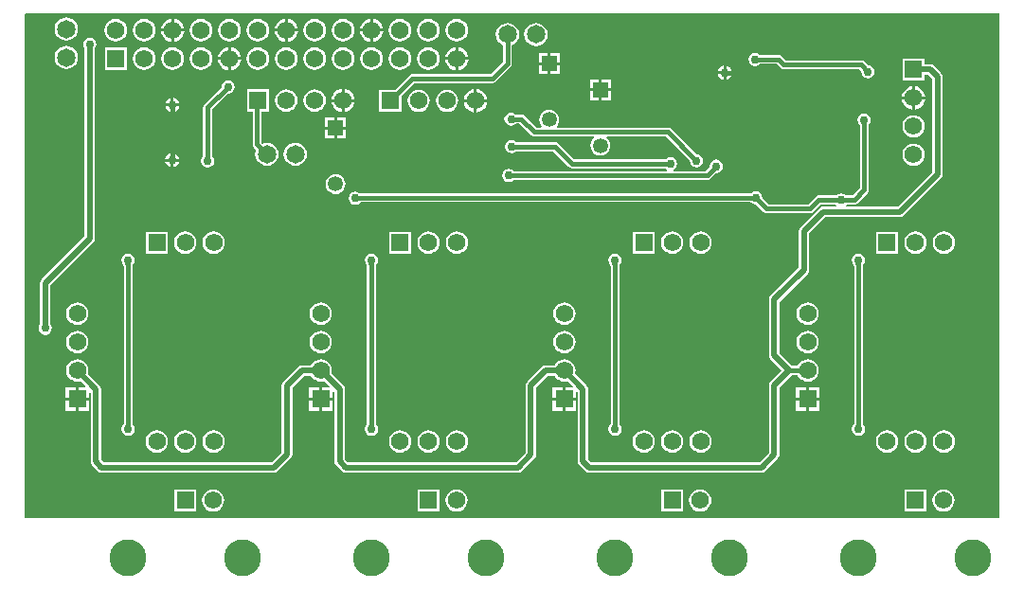
<source format=gbl>
%FSLAX25Y25*%
%MOIN*%
G70*
G01*
G75*
G04 Layer_Physical_Order=2*
G04 Layer_Color=16711680*
%ADD10R,0.04331X0.05512*%
%ADD11R,0.05512X0.04331*%
%ADD12R,0.07900X0.05900*%
%ADD13R,0.07900X0.15000*%
%ADD14R,0.04000X0.05000*%
%ADD15R,0.13780X0.04724*%
%ADD16R,0.05000X0.03600*%
%ADD17R,0.03600X0.03600*%
%ADD18R,0.05000X0.04000*%
%ADD19R,0.02362X0.06102*%
%ADD20O,0.01378X0.08268*%
%ADD21R,0.17716X0.17716*%
%ADD22O,0.00984X0.02953*%
%ADD23O,0.02953X0.00984*%
%ADD24C,0.01000*%
%ADD25C,0.02500*%
%ADD26R,0.06200X0.06200*%
%ADD27C,0.06200*%
%ADD28C,0.05315*%
%ADD29R,0.05315X0.05315*%
%ADD30R,0.06200X0.06200*%
%ADD31C,0.12992*%
%ADD32C,0.06500*%
%ADD33C,0.03000*%
%ADD34C,0.01500*%
%ADD35C,0.02000*%
%ADD36R,0.20965X0.19882*%
G36*
X443209Y319882D02*
X443209Y319882D01*
Y142421D01*
X100558Y142225D01*
X100098Y142725D01*
Y319528D01*
X100452Y319882D01*
X443209D01*
D02*
G37*
%LPC*%
G36*
X338051Y243164D02*
X337033Y243030D01*
X336084Y242637D01*
X335270Y242011D01*
X334645Y241197D01*
X334252Y240248D01*
X334118Y239230D01*
X334252Y238212D01*
X334645Y237263D01*
X335270Y236449D01*
X336084Y235823D01*
X337033Y235430D01*
X338051Y235296D01*
X339069Y235430D01*
X340018Y235823D01*
X340833Y236449D01*
X341458Y237263D01*
X341851Y238212D01*
X341985Y239230D01*
X341851Y240248D01*
X341458Y241197D01*
X340833Y242011D01*
X340018Y242637D01*
X339069Y243030D01*
X338051Y243164D01*
D02*
G37*
G36*
X413681D02*
X412663Y243030D01*
X411714Y242637D01*
X410900Y242011D01*
X410275Y241197D01*
X409882Y240248D01*
X409748Y239230D01*
X409882Y238212D01*
X410275Y237263D01*
X410900Y236449D01*
X411714Y235823D01*
X412663Y235430D01*
X413681Y235296D01*
X414699Y235430D01*
X415648Y235823D01*
X416463Y236449D01*
X417088Y237263D01*
X417481Y238212D01*
X417615Y239230D01*
X417481Y240248D01*
X417088Y241197D01*
X416463Y242011D01*
X415648Y242637D01*
X414699Y243030D01*
X413681Y243164D01*
D02*
G37*
G36*
X252323D02*
X251305Y243030D01*
X250356Y242637D01*
X249541Y242011D01*
X248916Y241197D01*
X248523Y240248D01*
X248389Y239230D01*
X248523Y238212D01*
X248916Y237263D01*
X249541Y236449D01*
X250356Y235823D01*
X251305Y235430D01*
X252323Y235296D01*
X253341Y235430D01*
X254290Y235823D01*
X255104Y236449D01*
X255730Y237263D01*
X256123Y238212D01*
X256257Y239230D01*
X256123Y240248D01*
X255730Y241197D01*
X255104Y242011D01*
X254290Y242637D01*
X253341Y243030D01*
X252323Y243164D01*
D02*
G37*
G36*
X328051D02*
X327033Y243030D01*
X326084Y242637D01*
X325270Y242011D01*
X324645Y241197D01*
X324252Y240248D01*
X324117Y239230D01*
X324252Y238212D01*
X324645Y237263D01*
X325270Y236449D01*
X326084Y235823D01*
X327033Y235430D01*
X328051Y235296D01*
X329069Y235430D01*
X330018Y235823D01*
X330833Y236449D01*
X331458Y237263D01*
X331851Y238212D01*
X331985Y239230D01*
X331851Y240248D01*
X331458Y241197D01*
X330833Y242011D01*
X330018Y242637D01*
X329069Y243030D01*
X328051Y243164D01*
D02*
G37*
G36*
X423681D02*
X422663Y243030D01*
X421714Y242637D01*
X420900Y242011D01*
X420275Y241197D01*
X419882Y240248D01*
X419747Y239230D01*
X419882Y238212D01*
X420275Y237263D01*
X420900Y236449D01*
X421714Y235823D01*
X422663Y235430D01*
X423681Y235296D01*
X424699Y235430D01*
X425648Y235823D01*
X426463Y236449D01*
X427088Y237263D01*
X427481Y238212D01*
X427615Y239230D01*
X427481Y240248D01*
X427088Y241197D01*
X426463Y242011D01*
X425648Y242637D01*
X424699Y243030D01*
X423681Y243164D01*
D02*
G37*
G36*
X321951Y243130D02*
X314151D01*
Y235330D01*
X321951D01*
Y243130D01*
D02*
G37*
G36*
X407581D02*
X399781D01*
Y235330D01*
X407581D01*
Y243130D01*
D02*
G37*
G36*
X150593D02*
X142793D01*
Y235330D01*
X150593D01*
Y243130D01*
D02*
G37*
G36*
X236223D02*
X228423D01*
Y235330D01*
X236223D01*
Y243130D01*
D02*
G37*
G36*
X242323Y243164D02*
X241305Y243030D01*
X240356Y242637D01*
X239542Y242011D01*
X238916Y241197D01*
X238523Y240248D01*
X238389Y239230D01*
X238523Y238212D01*
X238916Y237263D01*
X239542Y236449D01*
X240356Y235823D01*
X241305Y235430D01*
X242323Y235296D01*
X243341Y235430D01*
X244290Y235823D01*
X245105Y236449D01*
X245730Y237263D01*
X246123Y238212D01*
X246257Y239230D01*
X246123Y240248D01*
X245730Y241197D01*
X245105Y242011D01*
X244290Y242637D01*
X243341Y243030D01*
X242323Y243164D01*
D02*
G37*
G36*
X123130Y311400D02*
X122232Y311222D01*
X121472Y310713D01*
X120963Y309952D01*
X120785Y309055D01*
X120963Y308158D01*
X121295Y307662D01*
Y241508D01*
X106183Y226396D01*
X105785Y225801D01*
X105762Y225684D01*
X105645Y225098D01*
Y210547D01*
X105314Y210051D01*
X105135Y209154D01*
X105314Y208256D01*
X105822Y207495D01*
X106583Y206987D01*
X107480Y206808D01*
X108378Y206987D01*
X109139Y207495D01*
X109647Y208256D01*
X109825Y209154D01*
X109647Y210051D01*
X109316Y210547D01*
Y224338D01*
X124428Y239450D01*
X124826Y240046D01*
X124849Y240162D01*
X124965Y240748D01*
Y307662D01*
X125296Y308158D01*
X125475Y309055D01*
X125296Y309952D01*
X124788Y310713D01*
X124027Y311222D01*
X123130Y311400D01*
D02*
G37*
G36*
X118740Y218164D02*
X117722Y218030D01*
X116773Y217637D01*
X115959Y217011D01*
X115334Y216197D01*
X114941Y215248D01*
X114806Y214230D01*
X114941Y213212D01*
X115334Y212263D01*
X115959Y211449D01*
X116773Y210823D01*
X117722Y210430D01*
X118740Y210296D01*
X119758Y210430D01*
X120707Y210823D01*
X121522Y211449D01*
X122147Y212263D01*
X122540Y213212D01*
X122674Y214230D01*
X122540Y215248D01*
X122147Y216197D01*
X121522Y217011D01*
X120707Y217637D01*
X119758Y218030D01*
X118740Y218164D01*
D02*
G37*
G36*
X290098Y208164D02*
X289080Y208030D01*
X288132Y207637D01*
X287317Y207012D01*
X286692Y206197D01*
X286299Y205248D01*
X286165Y204230D01*
X286299Y203212D01*
X286692Y202263D01*
X287317Y201448D01*
X288132Y200823D01*
X289080Y200430D01*
X290098Y200296D01*
X291116Y200430D01*
X292065Y200823D01*
X292880Y201448D01*
X293505Y202263D01*
X293898Y203212D01*
X294032Y204230D01*
X293898Y205248D01*
X293505Y206197D01*
X292880Y207012D01*
X292065Y207637D01*
X291116Y208030D01*
X290098Y208164D01*
D02*
G37*
G36*
X375728D02*
X374710Y208030D01*
X373762Y207637D01*
X372947Y207012D01*
X372322Y206197D01*
X371929Y205248D01*
X371795Y204230D01*
X371929Y203212D01*
X372322Y202263D01*
X372947Y201448D01*
X373762Y200823D01*
X374710Y200430D01*
X375728Y200296D01*
X376747Y200430D01*
X377695Y200823D01*
X378510Y201448D01*
X379135Y202263D01*
X379528Y203212D01*
X379662Y204230D01*
X379528Y205248D01*
X379135Y206197D01*
X378510Y207012D01*
X377695Y207637D01*
X376747Y208030D01*
X375728Y208164D01*
D02*
G37*
G36*
X204370Y218164D02*
X203352Y218030D01*
X202403Y217637D01*
X201589Y217011D01*
X200964Y216197D01*
X200571Y215248D01*
X200437Y214230D01*
X200571Y213212D01*
X200964Y212263D01*
X201589Y211449D01*
X202403Y210823D01*
X203352Y210430D01*
X204370Y210296D01*
X205388Y210430D01*
X206337Y210823D01*
X207152Y211449D01*
X207777Y212263D01*
X208170Y213212D01*
X208304Y214230D01*
X208170Y215248D01*
X207777Y216197D01*
X207152Y217011D01*
X206337Y217637D01*
X205388Y218030D01*
X204370Y218164D01*
D02*
G37*
G36*
X156693Y243164D02*
X155675Y243030D01*
X154726Y242637D01*
X153911Y242011D01*
X153286Y241197D01*
X152893Y240248D01*
X152759Y239230D01*
X152893Y238212D01*
X153286Y237263D01*
X153911Y236449D01*
X154726Y235823D01*
X155675Y235430D01*
X156693Y235296D01*
X157711Y235430D01*
X158660Y235823D01*
X159475Y236449D01*
X160100Y237263D01*
X160493Y238212D01*
X160627Y239230D01*
X160493Y240248D01*
X160100Y241197D01*
X159475Y242011D01*
X158660Y242637D01*
X157711Y243030D01*
X156693Y243164D01*
D02*
G37*
G36*
X166693D02*
X165675Y243030D01*
X164726Y242637D01*
X163911Y242011D01*
X163286Y241197D01*
X162893Y240248D01*
X162759Y239230D01*
X162893Y238212D01*
X163286Y237263D01*
X163911Y236449D01*
X164726Y235823D01*
X165675Y235430D01*
X166693Y235296D01*
X167711Y235430D01*
X168660Y235823D01*
X169474Y236449D01*
X170100Y237263D01*
X170493Y238212D01*
X170627Y239230D01*
X170493Y240248D01*
X170100Y241197D01*
X169474Y242011D01*
X168660Y242637D01*
X167711Y243030D01*
X166693Y243164D01*
D02*
G37*
G36*
X290098Y218164D02*
X289080Y218030D01*
X288132Y217637D01*
X287317Y217011D01*
X286692Y216197D01*
X286299Y215248D01*
X286165Y214230D01*
X286299Y213212D01*
X286692Y212263D01*
X287317Y211449D01*
X288132Y210823D01*
X289080Y210430D01*
X290098Y210296D01*
X291116Y210430D01*
X292065Y210823D01*
X292880Y211449D01*
X293505Y212263D01*
X293898Y213212D01*
X294032Y214230D01*
X293898Y215248D01*
X293505Y216197D01*
X292880Y217011D01*
X292065Y217637D01*
X291116Y218030D01*
X290098Y218164D01*
D02*
G37*
G36*
X375728D02*
X374710Y218030D01*
X373762Y217637D01*
X372947Y217011D01*
X372322Y216197D01*
X371929Y215248D01*
X371795Y214230D01*
X371929Y213212D01*
X372322Y212263D01*
X372947Y211449D01*
X373762Y210823D01*
X374710Y210430D01*
X375728Y210296D01*
X376747Y210430D01*
X377695Y210823D01*
X378510Y211449D01*
X379135Y212263D01*
X379528Y213212D01*
X379662Y214230D01*
X379528Y215248D01*
X379135Y216197D01*
X378510Y217011D01*
X377695Y217637D01*
X376747Y218030D01*
X375728Y218164D01*
D02*
G37*
G36*
X416892Y304097D02*
X409092D01*
Y296297D01*
X416892D01*
Y298362D01*
X418137D01*
X419523Y296976D01*
Y264048D01*
X407409Y251934D01*
X389408D01*
X389179Y252434D01*
X389367Y252652D01*
X392028D01*
X392632Y252772D01*
X393145Y253115D01*
X396787Y256756D01*
X397129Y257269D01*
X397250Y257874D01*
Y280672D01*
X397327Y280724D01*
X397836Y281485D01*
X398014Y282382D01*
X397836Y283279D01*
X397327Y284040D01*
X396567Y284548D01*
X395669Y284727D01*
X394772Y284548D01*
X394011Y284040D01*
X393503Y283279D01*
X393324Y282382D01*
X393503Y281485D01*
X394011Y280724D01*
X394089Y280672D01*
Y258529D01*
X391373Y255813D01*
X389210D01*
X389158Y255890D01*
X388397Y256399D01*
X387500Y256577D01*
X386603Y256399D01*
X385842Y255890D01*
X385790Y255813D01*
X379528D01*
X378923Y255692D01*
X378410Y255350D01*
X375822Y252762D01*
X361974D01*
X359709Y255026D01*
X359727Y255118D01*
X359548Y256015D01*
X359040Y256776D01*
X358279Y257285D01*
X357382Y257463D01*
X356485Y257285D01*
X355724Y256776D01*
X355672Y256698D01*
X217868D01*
X217433Y256989D01*
X216535Y257168D01*
X215638Y256989D01*
X214877Y256481D01*
X214369Y255720D01*
X214190Y254823D01*
X214369Y253925D01*
X214877Y253165D01*
X215638Y252656D01*
X216535Y252478D01*
X217433Y252656D01*
X218194Y253165D01*
X218443Y253538D01*
X355672D01*
X355724Y253460D01*
X356485Y252952D01*
X357382Y252773D01*
X357474Y252791D01*
X360201Y250064D01*
X360714Y249721D01*
X361319Y249601D01*
X376476D01*
X377081Y249721D01*
X377594Y250064D01*
X380182Y252652D01*
X385633D01*
X385821Y252434D01*
X385592Y251934D01*
X381102D01*
X380517Y251817D01*
X380400Y251794D01*
X379805Y251396D01*
X373112Y244703D01*
X372714Y244108D01*
X372691Y243991D01*
X372574Y243406D01*
Y230485D01*
X362580Y220491D01*
X362182Y219895D01*
X362159Y219779D01*
X362043Y219193D01*
Y199582D01*
X362159Y198996D01*
X362182Y198880D01*
X362580Y198284D01*
X366634Y194230D01*
X362679Y190274D01*
X362281Y189679D01*
X362258Y189562D01*
X362141Y188976D01*
Y165426D01*
X358689Y161973D01*
X299481D01*
X298489Y162965D01*
Y187773D01*
X298372Y188359D01*
X298349Y188476D01*
X297951Y189071D01*
X293872Y193150D01*
X293898Y193212D01*
X294032Y194230D01*
X293898Y195248D01*
X293505Y196197D01*
X292880Y197011D01*
X292065Y197637D01*
X291116Y198030D01*
X290098Y198164D01*
X289080Y198030D01*
X288132Y197637D01*
X287317Y197011D01*
X286692Y196197D01*
X286637Y196065D01*
X283600D01*
X283014Y195949D01*
X282898Y195926D01*
X282302Y195528D01*
X277049Y190274D01*
X276651Y189679D01*
X276628Y189562D01*
X276511Y188976D01*
Y165426D01*
X273059Y161973D01*
X213851D01*
X212859Y162965D01*
Y187773D01*
X212742Y188359D01*
X212719Y188476D01*
X212321Y189071D01*
X208171Y193221D01*
X208304Y194230D01*
X208170Y195248D01*
X207777Y196197D01*
X207152Y197011D01*
X206337Y197637D01*
X205388Y198030D01*
X204370Y198164D01*
X203352Y198030D01*
X202403Y197637D01*
X201589Y197011D01*
X200964Y196197D01*
X200909Y196065D01*
X197773D01*
X197187Y195949D01*
X197071Y195926D01*
X196476Y195528D01*
X191222Y190274D01*
X190824Y189679D01*
X190801Y189562D01*
X190684Y188976D01*
Y165426D01*
X187232Y161973D01*
X128024D01*
X127032Y162965D01*
Y187773D01*
X126916Y188359D01*
X126892Y188476D01*
X126495Y189071D01*
X122485Y193080D01*
X122540Y193212D01*
X122674Y194230D01*
X122540Y195248D01*
X122147Y196197D01*
X121522Y197011D01*
X120707Y197637D01*
X119758Y198030D01*
X118740Y198164D01*
X117722Y198030D01*
X116773Y197637D01*
X115959Y197011D01*
X115334Y196197D01*
X114941Y195248D01*
X114806Y194230D01*
X114941Y193212D01*
X115334Y192263D01*
X115959Y191448D01*
X116773Y190823D01*
X117722Y190430D01*
X118740Y190296D01*
X119758Y190430D01*
X119890Y190485D01*
X121583Y188792D01*
X121391Y188330D01*
X119240D01*
Y184730D01*
X122840D01*
Y186303D01*
X123340Y186570D01*
X123362Y186556D01*
Y162205D01*
X123478Y161619D01*
X123501Y161502D01*
X123899Y160907D01*
X125966Y158840D01*
X126561Y158442D01*
X126678Y158419D01*
X127264Y158302D01*
X187992D01*
X188578Y158419D01*
X188695Y158442D01*
X189290Y158840D01*
X193817Y163368D01*
X194215Y163963D01*
X194238Y164079D01*
X194355Y164665D01*
Y188216D01*
X198533Y192395D01*
X200909D01*
X200964Y192263D01*
X201589Y191448D01*
X202403Y190823D01*
X203352Y190430D01*
X204370Y190296D01*
X205388Y190430D01*
X205659Y190542D01*
X207410Y188792D01*
X207218Y188330D01*
X204870D01*
Y184730D01*
X208470D01*
Y186797D01*
X208970Y187042D01*
X209188Y186872D01*
Y162205D01*
X209305Y161619D01*
X209328Y161502D01*
X209726Y160907D01*
X211793Y158840D01*
X212388Y158442D01*
X212505Y158419D01*
X213090Y158302D01*
X273819D01*
X274405Y158419D01*
X274521Y158442D01*
X275117Y158840D01*
X279644Y163368D01*
X280042Y163963D01*
X280065Y164079D01*
X280182Y164665D01*
Y188216D01*
X284360Y192395D01*
X286637D01*
X286692Y192263D01*
X287317Y191448D01*
X288132Y190823D01*
X289080Y190430D01*
X290098Y190296D01*
X291116Y190430D01*
X291318Y190514D01*
X293039Y188792D01*
X292848Y188330D01*
X290598D01*
Y184730D01*
X294198D01*
Y186514D01*
X294698Y186778D01*
X294818Y186695D01*
Y162205D01*
X294935Y161619D01*
X294958Y161502D01*
X295356Y160907D01*
X297423Y158840D01*
X298018Y158442D01*
X298135Y158419D01*
X298721Y158302D01*
X359449D01*
X360035Y158419D01*
X360151Y158442D01*
X360747Y158840D01*
X365274Y163368D01*
X365672Y163963D01*
X365695Y164079D01*
X365812Y164665D01*
Y188216D01*
X370245Y192650D01*
X372162D01*
X372322Y192263D01*
X372947Y191448D01*
X373762Y190823D01*
X374710Y190430D01*
X375728Y190296D01*
X376747Y190430D01*
X377695Y190823D01*
X378510Y191448D01*
X379135Y192263D01*
X379528Y193212D01*
X379662Y194230D01*
X379528Y195248D01*
X379135Y196197D01*
X378510Y197011D01*
X377695Y197637D01*
X376747Y198030D01*
X375728Y198164D01*
X374710Y198030D01*
X373762Y197637D01*
X372947Y197011D01*
X372322Y196197D01*
X372162Y195810D01*
X370245D01*
X365713Y200342D01*
Y218433D01*
X375707Y228427D01*
X376105Y229022D01*
X376128Y229139D01*
X376245Y229724D01*
Y242645D01*
X381863Y248263D01*
X408169D01*
X408755Y248380D01*
X408872Y248403D01*
X409467Y248801D01*
X422656Y261990D01*
X422922Y262387D01*
X423054Y262585D01*
X423194Y263287D01*
Y297736D01*
X423054Y298439D01*
X422656Y299034D01*
X420195Y301495D01*
X419600Y301892D01*
X419483Y301916D01*
X418898Y302032D01*
X416892D01*
Y304097D01*
D02*
G37*
G36*
X213303Y279028D02*
X210146D01*
Y275870D01*
X213303D01*
Y279028D01*
D02*
G37*
G36*
X412992Y284131D02*
X411974Y283997D01*
X411025Y283604D01*
X410211Y282978D01*
X409586Y282164D01*
X409193Y281215D01*
X409059Y280197D01*
X409193Y279179D01*
X409586Y278230D01*
X410211Y277415D01*
X411025Y276790D01*
X411974Y276397D01*
X412992Y276263D01*
X414010Y276397D01*
X414959Y276790D01*
X415774Y277415D01*
X416399Y278230D01*
X416792Y279179D01*
X416926Y280197D01*
X416792Y281215D01*
X416399Y282164D01*
X415774Y282978D01*
X414959Y283604D01*
X414010Y283997D01*
X412992Y284131D01*
D02*
G37*
G36*
X381485Y271744D02*
X379536D01*
Y269795D01*
X380011Y269889D01*
X380838Y270442D01*
X381390Y271269D01*
X381485Y271744D01*
D02*
G37*
G36*
X209146Y279028D02*
X205988D01*
Y275870D01*
X209146D01*
Y279028D01*
D02*
G37*
G36*
X284744Y285967D02*
X283841Y285849D01*
X283000Y285500D01*
X282278Y284946D01*
X281724Y284224D01*
X281376Y283383D01*
X281257Y282480D01*
X281376Y281578D01*
X281724Y280737D01*
X282113Y280230D01*
X281866Y279730D01*
X280281D01*
X276117Y283893D01*
X275605Y284236D01*
X275000Y284356D01*
X273068D01*
X273017Y284434D01*
X272256Y284942D01*
X271358Y285121D01*
X270461Y284942D01*
X269700Y284434D01*
X269192Y283673D01*
X269013Y282776D01*
X269192Y281878D01*
X269700Y281117D01*
X270461Y280609D01*
X271358Y280431D01*
X272256Y280609D01*
X273017Y281117D01*
X273068Y281195D01*
X274345D01*
X278508Y277032D01*
X279021Y276690D01*
X279626Y276569D01*
X300353D01*
X300522Y276069D01*
X300290Y275891D01*
X299736Y275169D01*
X299387Y274328D01*
X299269Y273425D01*
X299387Y272522D01*
X299736Y271681D01*
X300290Y270959D01*
X301012Y270405D01*
X301853Y270057D01*
X302756Y269938D01*
X303659Y270057D01*
X304500Y270405D01*
X305222Y270959D01*
X305776Y271681D01*
X306124Y272522D01*
X306243Y273425D01*
X306124Y274328D01*
X305776Y275169D01*
X305222Y275891D01*
X304990Y276069D01*
X305159Y276569D01*
X325920D01*
X334287Y268202D01*
X334269Y268110D01*
X334448Y267213D01*
X334956Y266452D01*
X335717Y265944D01*
X336614Y265765D01*
X337512Y265944D01*
X338272Y266452D01*
X338781Y267213D01*
X338959Y268110D01*
X338781Y269008D01*
X338272Y269768D01*
X337512Y270277D01*
X336614Y270455D01*
X336522Y270437D01*
X327692Y279267D01*
X327180Y279610D01*
X326575Y279730D01*
X287622D01*
X287375Y280230D01*
X287764Y280737D01*
X288113Y281578D01*
X288231Y282480D01*
X288113Y283383D01*
X287764Y284224D01*
X287210Y284946D01*
X286488Y285500D01*
X285647Y285849D01*
X284744Y285967D01*
D02*
G37*
G36*
X258338Y288673D02*
X254769D01*
X254844Y288103D01*
X255257Y287105D01*
X255914Y286249D01*
X256771Y285592D01*
X257768Y285179D01*
X258338Y285104D01*
Y288673D01*
D02*
G37*
G36*
X262908D02*
X259338D01*
Y285104D01*
X259909Y285179D01*
X260906Y285592D01*
X261763Y286249D01*
X262420Y287105D01*
X262833Y288103D01*
X262908Y288673D01*
D02*
G37*
G36*
X209146Y283185D02*
X205988D01*
Y280028D01*
X209146D01*
Y283185D01*
D02*
G37*
G36*
X213303D02*
X210146D01*
Y280028D01*
X213303D01*
Y283185D01*
D02*
G37*
G36*
X364362Y271744D02*
X362413D01*
X362507Y271269D01*
X363060Y270442D01*
X363887Y269889D01*
X364362Y269795D01*
Y271744D01*
D02*
G37*
G36*
X151567Y267807D02*
X149617D01*
X149712Y267332D01*
X150265Y266505D01*
X151092Y265952D01*
X151567Y265858D01*
Y267807D01*
D02*
G37*
G36*
X154516D02*
X152567D01*
Y265858D01*
X153042Y265952D01*
X153869Y266505D01*
X154422Y267332D01*
X154516Y267807D01*
D02*
G37*
G36*
X209646Y263330D02*
X208743Y263211D01*
X207902Y262862D01*
X207180Y262308D01*
X206626Y261586D01*
X206277Y260745D01*
X206158Y259842D01*
X206277Y258940D01*
X206626Y258099D01*
X207180Y257377D01*
X207902Y256822D01*
X208743Y256474D01*
X209646Y256355D01*
X210548Y256474D01*
X211389Y256822D01*
X212111Y257377D01*
X212666Y258099D01*
X213014Y258940D01*
X213133Y259842D01*
X213014Y260745D01*
X212666Y261586D01*
X212111Y262308D01*
X211389Y262862D01*
X210548Y263211D01*
X209646Y263330D01*
D02*
G37*
G36*
X271654Y275377D02*
X270756Y275198D01*
X269995Y274690D01*
X269487Y273929D01*
X269308Y273031D01*
X269487Y272134D01*
X269995Y271373D01*
X270756Y270865D01*
X271654Y270686D01*
X272551Y270865D01*
X273312Y271373D01*
X273364Y271451D01*
X286058D01*
X291599Y265910D01*
X292112Y265567D01*
X292717Y265447D01*
X325652D01*
X325704Y265369D01*
X326296Y264974D01*
X326144Y264474D01*
X272281D01*
X272229Y264552D01*
X271468Y265060D01*
X270571Y265239D01*
X269673Y265060D01*
X268913Y264552D01*
X268404Y263791D01*
X268226Y262894D01*
X268404Y261996D01*
X268913Y261235D01*
X269673Y260727D01*
X270571Y260549D01*
X271468Y260727D01*
X272229Y261235D01*
X272281Y261313D01*
X340354D01*
X340959Y261434D01*
X341472Y261776D01*
X343511Y263815D01*
X343602Y263797D01*
X344500Y263975D01*
X345261Y264483D01*
X345769Y265244D01*
X345947Y266142D01*
X345769Y267039D01*
X345261Y267800D01*
X344500Y268308D01*
X343602Y268487D01*
X342705Y268308D01*
X341944Y267800D01*
X341436Y267039D01*
X341257Y266142D01*
X341276Y266050D01*
X339700Y264474D01*
X328580D01*
X328429Y264974D01*
X329020Y265369D01*
X329529Y266130D01*
X329707Y267028D01*
X329529Y267925D01*
X329020Y268686D01*
X328260Y269194D01*
X327362Y269373D01*
X326465Y269194D01*
X325704Y268686D01*
X325652Y268608D01*
X293371D01*
X287830Y274149D01*
X287317Y274492D01*
X286713Y274612D01*
X273364D01*
X273312Y274690D01*
X272551Y275198D01*
X271654Y275377D01*
D02*
G37*
G36*
X412992Y274131D02*
X411974Y273996D01*
X411025Y273604D01*
X410211Y272978D01*
X409586Y272164D01*
X409193Y271215D01*
X409059Y270197D01*
X409193Y269179D01*
X409586Y268230D01*
X410211Y267415D01*
X411025Y266790D01*
X411974Y266397D01*
X412992Y266263D01*
X414010Y266397D01*
X414959Y266790D01*
X415774Y267415D01*
X416399Y268230D01*
X416792Y269179D01*
X416926Y270197D01*
X416792Y271215D01*
X416399Y272164D01*
X415774Y272978D01*
X414959Y273604D01*
X414010Y273996D01*
X412992Y274131D01*
D02*
G37*
G36*
X151567Y270757D02*
X151092Y270662D01*
X150265Y270110D01*
X149712Y269283D01*
X149617Y268807D01*
X151567D01*
Y270757D01*
D02*
G37*
G36*
X152567D02*
Y268807D01*
X154516D01*
X154422Y269283D01*
X153869Y270110D01*
X153042Y270662D01*
X152567Y270757D01*
D02*
G37*
G36*
X186172Y293156D02*
X178372D01*
Y285356D01*
X180408D01*
Y273819D01*
X180528Y273214D01*
X180871Y272701D01*
X181679Y271893D01*
X181487Y271431D01*
X181348Y270374D01*
X181487Y269317D01*
X181895Y268332D01*
X182545Y267485D01*
X183391Y266836D01*
X184376Y266428D01*
X185433Y266289D01*
X186490Y266428D01*
X187476Y266836D01*
X188321Y267485D01*
X188971Y268332D01*
X189379Y269317D01*
X189518Y270374D01*
X189379Y271431D01*
X188971Y272416D01*
X188321Y273263D01*
X187476Y273912D01*
X186490Y274320D01*
X185433Y274459D01*
X184376Y274320D01*
X183914Y274128D01*
X183569Y274473D01*
Y285356D01*
X186172D01*
Y293156D01*
D02*
G37*
G36*
X195433Y274459D02*
X194376Y274320D01*
X193391Y273912D01*
X192544Y273263D01*
X191895Y272416D01*
X191487Y271431D01*
X191348Y270374D01*
X191487Y269317D01*
X191895Y268332D01*
X192544Y267485D01*
X193391Y266836D01*
X194376Y266428D01*
X195433Y266289D01*
X196490Y266428D01*
X197476Y266836D01*
X198321Y267485D01*
X198971Y268332D01*
X199379Y269317D01*
X199518Y270374D01*
X199379Y271431D01*
X198971Y272416D01*
X198321Y273263D01*
X197476Y273912D01*
X196490Y274320D01*
X195433Y274459D01*
D02*
G37*
G36*
X242323Y173164D02*
X241305Y173030D01*
X240356Y172637D01*
X239542Y172011D01*
X238916Y171197D01*
X238523Y170248D01*
X238389Y169230D01*
X238523Y168212D01*
X238916Y167263D01*
X239542Y166448D01*
X240356Y165823D01*
X241305Y165430D01*
X242323Y165296D01*
X243341Y165430D01*
X244290Y165823D01*
X245105Y166448D01*
X245730Y167263D01*
X246123Y168212D01*
X246257Y169230D01*
X246123Y170248D01*
X245730Y171197D01*
X245105Y172011D01*
X244290Y172637D01*
X243341Y173030D01*
X242323Y173164D01*
D02*
G37*
G36*
X252323D02*
X251305Y173030D01*
X250356Y172637D01*
X249541Y172011D01*
X248916Y171197D01*
X248523Y170248D01*
X248389Y169230D01*
X248523Y168212D01*
X248916Y167263D01*
X249541Y166448D01*
X250356Y165823D01*
X251305Y165430D01*
X252323Y165296D01*
X253341Y165430D01*
X254290Y165823D01*
X255104Y166448D01*
X255730Y167263D01*
X256123Y168212D01*
X256257Y169230D01*
X256123Y170248D01*
X255730Y171197D01*
X255104Y172011D01*
X254290Y172637D01*
X253341Y173030D01*
X252323Y173164D01*
D02*
G37*
G36*
X166693D02*
X165675Y173030D01*
X164726Y172637D01*
X163911Y172011D01*
X163286Y171197D01*
X162893Y170248D01*
X162759Y169230D01*
X162893Y168212D01*
X163286Y167263D01*
X163911Y166448D01*
X164726Y165823D01*
X165675Y165430D01*
X166693Y165296D01*
X167711Y165430D01*
X168660Y165823D01*
X169474Y166448D01*
X170100Y167263D01*
X170493Y168212D01*
X170627Y169230D01*
X170493Y170248D01*
X170100Y171197D01*
X169474Y172011D01*
X168660Y172637D01*
X167711Y173030D01*
X166693Y173164D01*
D02*
G37*
G36*
X232323D02*
X231305Y173030D01*
X230356Y172637D01*
X229541Y172011D01*
X228916Y171197D01*
X228523Y170248D01*
X228389Y169230D01*
X228523Y168212D01*
X228916Y167263D01*
X229541Y166448D01*
X230356Y165823D01*
X231305Y165430D01*
X232323Y165296D01*
X233341Y165430D01*
X234290Y165823D01*
X235104Y166448D01*
X235730Y167263D01*
X236123Y168212D01*
X236257Y169230D01*
X236123Y170248D01*
X235730Y171197D01*
X235104Y172011D01*
X234290Y172637D01*
X233341Y173030D01*
X232323Y173164D01*
D02*
G37*
G36*
X318051D02*
X317033Y173030D01*
X316084Y172637D01*
X315270Y172011D01*
X314645Y171197D01*
X314252Y170248D01*
X314118Y169230D01*
X314252Y168212D01*
X314645Y167263D01*
X315270Y166448D01*
X316084Y165823D01*
X317033Y165430D01*
X318051Y165296D01*
X319069Y165430D01*
X320018Y165823D01*
X320833Y166448D01*
X321458Y167263D01*
X321851Y168212D01*
X321985Y169230D01*
X321851Y170248D01*
X321458Y171197D01*
X320833Y172011D01*
X320018Y172637D01*
X319069Y173030D01*
X318051Y173164D01*
D02*
G37*
G36*
X403681D02*
X402663Y173030D01*
X401714Y172637D01*
X400900Y172011D01*
X400275Y171197D01*
X399882Y170248D01*
X399748Y169230D01*
X399882Y168212D01*
X400275Y167263D01*
X400900Y166448D01*
X401714Y165823D01*
X402663Y165430D01*
X403681Y165296D01*
X404699Y165430D01*
X405648Y165823D01*
X406463Y166448D01*
X407088Y167263D01*
X407481Y168212D01*
X407615Y169230D01*
X407481Y170248D01*
X407088Y171197D01*
X406463Y172011D01*
X405648Y172637D01*
X404699Y173030D01*
X403681Y173164D01*
D02*
G37*
G36*
X413681D02*
X412663Y173030D01*
X411714Y172637D01*
X410900Y172011D01*
X410275Y171197D01*
X409882Y170248D01*
X409748Y169230D01*
X409882Y168212D01*
X410275Y167263D01*
X410900Y166448D01*
X411714Y165823D01*
X412663Y165430D01*
X413681Y165296D01*
X414699Y165430D01*
X415648Y165823D01*
X416463Y166448D01*
X417088Y167263D01*
X417481Y168212D01*
X417615Y169230D01*
X417481Y170248D01*
X417088Y171197D01*
X416463Y172011D01*
X415648Y172637D01*
X414699Y173030D01*
X413681Y173164D01*
D02*
G37*
G36*
X328051D02*
X327033Y173030D01*
X326084Y172637D01*
X325270Y172011D01*
X324645Y171197D01*
X324252Y170248D01*
X324117Y169230D01*
X324252Y168212D01*
X324645Y167263D01*
X325270Y166448D01*
X326084Y165823D01*
X327033Y165430D01*
X328051Y165296D01*
X329069Y165430D01*
X330018Y165823D01*
X330833Y166448D01*
X331458Y167263D01*
X331851Y168212D01*
X331985Y169230D01*
X331851Y170248D01*
X331458Y171197D01*
X330833Y172011D01*
X330018Y172637D01*
X329069Y173030D01*
X328051Y173164D01*
D02*
G37*
G36*
X338051D02*
X337033Y173030D01*
X336084Y172637D01*
X335270Y172011D01*
X334645Y171197D01*
X334252Y170248D01*
X334118Y169230D01*
X334252Y168212D01*
X334645Y167263D01*
X335270Y166448D01*
X336084Y165823D01*
X337033Y165430D01*
X338051Y165296D01*
X339069Y165430D01*
X340018Y165823D01*
X340833Y166448D01*
X341458Y167263D01*
X341851Y168212D01*
X341985Y169230D01*
X341851Y170248D01*
X341458Y171197D01*
X340833Y172011D01*
X340018Y172637D01*
X339069Y173030D01*
X338051Y173164D01*
D02*
G37*
G36*
X156693D02*
X155675Y173030D01*
X154726Y172637D01*
X153911Y172011D01*
X153286Y171197D01*
X152893Y170248D01*
X152759Y169230D01*
X152893Y168212D01*
X153286Y167263D01*
X153911Y166448D01*
X154726Y165823D01*
X155675Y165430D01*
X156693Y165296D01*
X157711Y165430D01*
X158660Y165823D01*
X159475Y166448D01*
X160100Y167263D01*
X160493Y168212D01*
X160627Y169230D01*
X160493Y170248D01*
X160100Y171197D01*
X159475Y172011D01*
X158660Y172637D01*
X157711Y173030D01*
X156693Y173164D01*
D02*
G37*
G36*
X337894Y152435D02*
X336876Y152301D01*
X335927Y151908D01*
X335112Y151283D01*
X334487Y150468D01*
X334094Y149520D01*
X333960Y148502D01*
X334094Y147484D01*
X334487Y146535D01*
X335112Y145720D01*
X335927Y145095D01*
X336876Y144702D01*
X337894Y144568D01*
X338912Y144702D01*
X339860Y145095D01*
X340675Y145720D01*
X341300Y146535D01*
X341693Y147484D01*
X341827Y148502D01*
X341693Y149520D01*
X341300Y150468D01*
X340675Y151283D01*
X339860Y151908D01*
X338912Y152301D01*
X337894Y152435D01*
D02*
G37*
G36*
X423524D02*
X422506Y152301D01*
X421557Y151908D01*
X420742Y151283D01*
X420117Y150468D01*
X419724Y149520D01*
X419590Y148502D01*
X419724Y147484D01*
X420117Y146535D01*
X420742Y145720D01*
X421557Y145095D01*
X422506Y144702D01*
X423524Y144568D01*
X424542Y144702D01*
X425490Y145095D01*
X426305Y145720D01*
X426930Y146535D01*
X427323Y147484D01*
X427457Y148502D01*
X427323Y149520D01*
X426930Y150468D01*
X426305Y151283D01*
X425490Y151908D01*
X424542Y152301D01*
X423524Y152435D01*
D02*
G37*
G36*
X166535D02*
X165517Y152301D01*
X164569Y151908D01*
X163754Y151283D01*
X163129Y150468D01*
X162736Y149520D01*
X162602Y148502D01*
X162736Y147484D01*
X163129Y146535D01*
X163754Y145720D01*
X164569Y145095D01*
X165517Y144702D01*
X166535Y144568D01*
X167553Y144702D01*
X168502Y145095D01*
X169317Y145720D01*
X169942Y146535D01*
X170335Y147484D01*
X170469Y148502D01*
X170335Y149520D01*
X169942Y150468D01*
X169317Y151283D01*
X168502Y151908D01*
X167553Y152301D01*
X166535Y152435D01*
D02*
G37*
G36*
X252165D02*
X251147Y152301D01*
X250199Y151908D01*
X249384Y151283D01*
X248759Y150468D01*
X248366Y149520D01*
X248232Y148502D01*
X248366Y147484D01*
X248759Y146535D01*
X249384Y145720D01*
X250199Y145095D01*
X251147Y144702D01*
X252165Y144568D01*
X253184Y144702D01*
X254132Y145095D01*
X254947Y145720D01*
X255572Y146535D01*
X255965Y147484D01*
X256099Y148502D01*
X255965Y149520D01*
X255572Y150468D01*
X254947Y151283D01*
X254132Y151908D01*
X253184Y152301D01*
X252165Y152435D01*
D02*
G37*
G36*
X160593Y152402D02*
X152793D01*
Y144602D01*
X160593D01*
Y152402D01*
D02*
G37*
G36*
X417581D02*
X409781D01*
Y144602D01*
X417581D01*
Y152402D01*
D02*
G37*
G36*
X146693Y173164D02*
X145675Y173030D01*
X144726Y172637D01*
X143912Y172011D01*
X143286Y171197D01*
X142893Y170248D01*
X142759Y169230D01*
X142893Y168212D01*
X143286Y167263D01*
X143912Y166448D01*
X144726Y165823D01*
X145675Y165430D01*
X146693Y165296D01*
X147711Y165430D01*
X148660Y165823D01*
X149475Y166448D01*
X150100Y167263D01*
X150493Y168212D01*
X150627Y169230D01*
X150493Y170248D01*
X150100Y171197D01*
X149475Y172011D01*
X148660Y172637D01*
X147711Y173030D01*
X146693Y173164D01*
D02*
G37*
G36*
X246223Y152402D02*
X238423D01*
Y144602D01*
X246223D01*
Y152402D01*
D02*
G37*
G36*
X331951D02*
X324151D01*
Y144602D01*
X331951D01*
Y152402D01*
D02*
G37*
G36*
X423681Y173164D02*
X422663Y173030D01*
X421714Y172637D01*
X420900Y172011D01*
X420275Y171197D01*
X419882Y170248D01*
X419747Y169230D01*
X419882Y168212D01*
X420275Y167263D01*
X420900Y166448D01*
X421714Y165823D01*
X422663Y165430D01*
X423681Y165296D01*
X424699Y165430D01*
X425648Y165823D01*
X426463Y166448D01*
X427088Y167263D01*
X427481Y168212D01*
X427615Y169230D01*
X427481Y170248D01*
X427088Y171197D01*
X426463Y172011D01*
X425648Y172637D01*
X424699Y173030D01*
X423681Y173164D01*
D02*
G37*
G36*
X118240Y188330D02*
X114640D01*
Y184730D01*
X118240D01*
Y188330D01*
D02*
G37*
G36*
X203870D02*
X200270D01*
Y184730D01*
X203870D01*
Y188330D01*
D02*
G37*
G36*
X375228Y183730D02*
X371628D01*
Y180130D01*
X375228D01*
Y183730D01*
D02*
G37*
G36*
X379828D02*
X376228D01*
Y180130D01*
X379828D01*
Y183730D01*
D02*
G37*
G36*
X289598Y188330D02*
X285998D01*
Y184730D01*
X289598D01*
Y188330D01*
D02*
G37*
G36*
X118740Y208164D02*
X117722Y208030D01*
X116773Y207637D01*
X115959Y207012D01*
X115334Y206197D01*
X114941Y205248D01*
X114806Y204230D01*
X114941Y203212D01*
X115334Y202263D01*
X115959Y201448D01*
X116773Y200823D01*
X117722Y200430D01*
X118740Y200296D01*
X119758Y200430D01*
X120707Y200823D01*
X121522Y201448D01*
X122147Y202263D01*
X122540Y203212D01*
X122674Y204230D01*
X122540Y205248D01*
X122147Y206197D01*
X121522Y207012D01*
X120707Y207637D01*
X119758Y208030D01*
X118740Y208164D01*
D02*
G37*
G36*
X204370D02*
X203352Y208030D01*
X202403Y207637D01*
X201589Y207012D01*
X200964Y206197D01*
X200571Y205248D01*
X200437Y204230D01*
X200571Y203212D01*
X200964Y202263D01*
X201589Y201448D01*
X202403Y200823D01*
X203352Y200430D01*
X204370Y200296D01*
X205388Y200430D01*
X206337Y200823D01*
X207152Y201448D01*
X207777Y202263D01*
X208170Y203212D01*
X208304Y204230D01*
X208170Y205248D01*
X207777Y206197D01*
X207152Y207012D01*
X206337Y207637D01*
X205388Y208030D01*
X204370Y208164D01*
D02*
G37*
G36*
X375228Y188330D02*
X371628D01*
Y184730D01*
X375228D01*
Y188330D01*
D02*
G37*
G36*
X379828D02*
X376228D01*
Y184730D01*
X379828D01*
Y188330D01*
D02*
G37*
G36*
X294198Y183730D02*
X290598D01*
Y180130D01*
X294198D01*
Y183730D01*
D02*
G37*
G36*
X307972Y235416D02*
X307075Y235237D01*
X306314Y234729D01*
X305806Y233968D01*
X305627Y233071D01*
X305806Y232173D01*
X306000Y231883D01*
X306119Y231285D01*
X306392Y230876D01*
Y175332D01*
X306314Y175280D01*
X305806Y174519D01*
X305627Y173622D01*
X305806Y172725D01*
X306314Y171964D01*
X307075Y171455D01*
X307972Y171277D01*
X308870Y171455D01*
X309631Y171964D01*
X310139Y172725D01*
X310317Y173622D01*
X310139Y174519D01*
X309631Y175280D01*
X309553Y175332D01*
Y231361D01*
X309631Y231413D01*
X310139Y232173D01*
X310317Y233071D01*
X310139Y233968D01*
X309631Y234729D01*
X308870Y235237D01*
X307972Y235416D01*
D02*
G37*
G36*
X393602D02*
X392705Y235237D01*
X391944Y234729D01*
X391436Y233968D01*
X391257Y233071D01*
X391436Y232173D01*
X391630Y231884D01*
X391748Y231285D01*
X392022Y230876D01*
Y175332D01*
X391944Y175280D01*
X391436Y174519D01*
X391257Y173622D01*
X391436Y172725D01*
X391944Y171964D01*
X392705Y171455D01*
X393602Y171277D01*
X394500Y171455D01*
X395261Y171964D01*
X395769Y172725D01*
X395948Y173622D01*
X395769Y174519D01*
X395261Y175280D01*
X395183Y175332D01*
Y231361D01*
X395261Y231413D01*
X395769Y232173D01*
X395948Y233071D01*
X395769Y233968D01*
X395261Y234729D01*
X394500Y235237D01*
X393602Y235416D01*
D02*
G37*
G36*
X136614D02*
X135717Y235237D01*
X134956Y234729D01*
X134448Y233968D01*
X134269Y233071D01*
X134448Y232173D01*
X134641Y231884D01*
X134760Y231285D01*
X135034Y230876D01*
Y175332D01*
X134956Y175280D01*
X134448Y174519D01*
X134269Y173622D01*
X134448Y172725D01*
X134956Y171964D01*
X135717Y171455D01*
X136614Y171277D01*
X137512Y171455D01*
X138272Y171964D01*
X138781Y172725D01*
X138959Y173622D01*
X138781Y174519D01*
X138272Y175280D01*
X138195Y175332D01*
Y231361D01*
X138272Y231413D01*
X138781Y232173D01*
X138959Y233071D01*
X138781Y233968D01*
X138272Y234729D01*
X137512Y235237D01*
X136614Y235416D01*
D02*
G37*
G36*
X222244D02*
X221347Y235237D01*
X220586Y234729D01*
X220078Y233968D01*
X219899Y233071D01*
X220078Y232173D01*
X220271Y231884D01*
X220390Y231285D01*
X220664Y230876D01*
Y175332D01*
X220586Y175280D01*
X220078Y174519D01*
X219899Y173622D01*
X220078Y172725D01*
X220586Y171964D01*
X221347Y171455D01*
X222244Y171277D01*
X223142Y171455D01*
X223902Y171964D01*
X224411Y172725D01*
X224589Y173622D01*
X224411Y174519D01*
X223902Y175280D01*
X223825Y175332D01*
Y231361D01*
X223902Y231413D01*
X224411Y232173D01*
X224589Y233071D01*
X224411Y233968D01*
X223902Y234729D01*
X223142Y235237D01*
X222244Y235416D01*
D02*
G37*
G36*
X118240Y183730D02*
X114640D01*
Y180130D01*
X118240D01*
Y183730D01*
D02*
G37*
G36*
X208470D02*
X204870D01*
Y180130D01*
X208470D01*
Y183730D01*
D02*
G37*
G36*
X289598D02*
X285998D01*
Y180130D01*
X289598D01*
Y183730D01*
D02*
G37*
G36*
X122840D02*
X119240D01*
Y180130D01*
X122840D01*
Y183730D01*
D02*
G37*
G36*
X203870D02*
X200270D01*
Y180130D01*
X203870D01*
Y183730D01*
D02*
G37*
G36*
X211772Y288756D02*
X208202D01*
X208277Y288186D01*
X208690Y287188D01*
X209347Y286332D01*
X210204Y285675D01*
X211201Y285262D01*
X211772Y285187D01*
Y288756D01*
D02*
G37*
G36*
X172784Y308105D02*
Y304535D01*
X176353D01*
X176278Y305106D01*
X175865Y306103D01*
X175208Y306960D01*
X174351Y307617D01*
X173354Y308030D01*
X172784Y308105D01*
D02*
G37*
G36*
X251783D02*
X251213Y308030D01*
X250216Y307617D01*
X249359Y306960D01*
X248702Y306103D01*
X248289Y305106D01*
X248214Y304535D01*
X251783D01*
Y308105D01*
D02*
G37*
G36*
X288402Y305823D02*
X285244D01*
Y302665D01*
X288402D01*
Y305823D01*
D02*
G37*
G36*
X171783Y308105D02*
X171213Y308030D01*
X170216Y307617D01*
X169359Y306960D01*
X168702Y306103D01*
X168289Y305106D01*
X168214Y304535D01*
X171783D01*
Y308105D01*
D02*
G37*
G36*
X252783D02*
Y304535D01*
X256353D01*
X256278Y305106D01*
X255865Y306103D01*
X255208Y306960D01*
X254351Y307617D01*
X253354Y308030D01*
X252783Y308105D01*
D02*
G37*
G36*
X156353Y313535D02*
X152784D01*
Y309966D01*
X153354Y310041D01*
X154351Y310454D01*
X155208Y311111D01*
X155865Y311968D01*
X156278Y312965D01*
X156353Y313535D01*
D02*
G37*
G36*
X191783D02*
X188214D01*
X188289Y312965D01*
X188702Y311968D01*
X189359Y311111D01*
X190216Y310454D01*
X191213Y310041D01*
X191783Y309966D01*
Y313535D01*
D02*
G37*
G36*
X280079Y316585D02*
X279022Y316446D01*
X278036Y316038D01*
X277190Y315388D01*
X276541Y314543D01*
X276133Y313557D01*
X275994Y312500D01*
X276133Y311443D01*
X276541Y310458D01*
X277190Y309612D01*
X278036Y308962D01*
X279022Y308554D01*
X280079Y308415D01*
X281136Y308554D01*
X282121Y308962D01*
X282967Y309612D01*
X283616Y310458D01*
X284025Y311443D01*
X284164Y312500D01*
X284025Y313557D01*
X283616Y314543D01*
X282967Y315388D01*
X282121Y316038D01*
X281136Y316446D01*
X280079Y316585D01*
D02*
G37*
G36*
X151784Y313535D02*
X148214D01*
X148289Y312965D01*
X148702Y311968D01*
X149359Y311111D01*
X150216Y310454D01*
X151213Y310041D01*
X151784Y309966D01*
Y313535D01*
D02*
G37*
G36*
X284244Y305823D02*
X281087D01*
Y302665D01*
X284244D01*
Y305823D01*
D02*
G37*
G36*
X202284Y307969D02*
X201265Y307835D01*
X200317Y307442D01*
X199502Y306817D01*
X198877Y306002D01*
X198484Y305053D01*
X198350Y304035D01*
X198484Y303017D01*
X198877Y302069D01*
X199502Y301254D01*
X200317Y300629D01*
X201265Y300236D01*
X202284Y300102D01*
X203302Y300236D01*
X204250Y300629D01*
X205065Y301254D01*
X205690Y302069D01*
X206083Y303017D01*
X206217Y304035D01*
X206083Y305053D01*
X205690Y306002D01*
X205065Y306817D01*
X204250Y307442D01*
X203302Y307835D01*
X202284Y307969D01*
D02*
G37*
G36*
X212283D02*
X211265Y307835D01*
X210317Y307442D01*
X209502Y306817D01*
X208877Y306002D01*
X208484Y305053D01*
X208350Y304035D01*
X208484Y303017D01*
X208877Y302069D01*
X209502Y301254D01*
X210317Y300629D01*
X211265Y300236D01*
X212283Y300102D01*
X213302Y300236D01*
X214250Y300629D01*
X215065Y301254D01*
X215690Y302069D01*
X216083Y303017D01*
X216217Y304035D01*
X216083Y305053D01*
X215690Y306002D01*
X215065Y306817D01*
X214250Y307442D01*
X213302Y307835D01*
X212283Y307969D01*
D02*
G37*
G36*
X182283D02*
X181265Y307835D01*
X180317Y307442D01*
X179502Y306817D01*
X178877Y306002D01*
X178484Y305053D01*
X178350Y304035D01*
X178484Y303017D01*
X178877Y302069D01*
X179502Y301254D01*
X180317Y300629D01*
X181265Y300236D01*
X182283Y300102D01*
X183302Y300236D01*
X184250Y300629D01*
X185065Y301254D01*
X185690Y302069D01*
X186083Y303017D01*
X186217Y304035D01*
X186083Y305053D01*
X185690Y306002D01*
X185065Y306817D01*
X184250Y307442D01*
X183302Y307835D01*
X182283Y307969D01*
D02*
G37*
G36*
X192283D02*
X191265Y307835D01*
X190317Y307442D01*
X189502Y306817D01*
X188877Y306002D01*
X188484Y305053D01*
X188350Y304035D01*
X188484Y303017D01*
X188877Y302069D01*
X189502Y301254D01*
X190317Y300629D01*
X191265Y300236D01*
X192283Y300102D01*
X193302Y300236D01*
X194250Y300629D01*
X195065Y301254D01*
X195690Y302069D01*
X196083Y303017D01*
X196217Y304035D01*
X196083Y305053D01*
X195690Y306002D01*
X195065Y306817D01*
X194250Y307442D01*
X193302Y307835D01*
X192283Y307969D01*
D02*
G37*
G36*
X222284D02*
X221265Y307835D01*
X220317Y307442D01*
X219502Y306817D01*
X218877Y306002D01*
X218484Y305053D01*
X218350Y304035D01*
X218484Y303017D01*
X218877Y302069D01*
X219502Y301254D01*
X220317Y300629D01*
X221265Y300236D01*
X222284Y300102D01*
X223302Y300236D01*
X224250Y300629D01*
X225065Y301254D01*
X225690Y302069D01*
X226083Y303017D01*
X226217Y304035D01*
X226083Y305053D01*
X225690Y306002D01*
X225065Y306817D01*
X224250Y307442D01*
X223302Y307835D01*
X222284Y307969D01*
D02*
G37*
G36*
X136184Y307935D02*
X128384D01*
Y300135D01*
X136184D01*
Y307935D01*
D02*
G37*
G36*
X114862Y308554D02*
X113805Y308414D01*
X112820Y308006D01*
X111974Y307357D01*
X111325Y306511D01*
X110916Y305526D01*
X110777Y304468D01*
X110916Y303411D01*
X111325Y302426D01*
X111974Y301580D01*
X112820Y300931D01*
X113805Y300523D01*
X114862Y300384D01*
X115919Y300523D01*
X116905Y300931D01*
X117751Y301580D01*
X118400Y302426D01*
X118808Y303411D01*
X118947Y304468D01*
X118808Y305526D01*
X118400Y306511D01*
X117751Y307357D01*
X116905Y308006D01*
X115919Y308414D01*
X114862Y308554D01*
D02*
G37*
G36*
X232283Y307969D02*
X231265Y307835D01*
X230317Y307442D01*
X229502Y306817D01*
X228877Y306002D01*
X228484Y305053D01*
X228350Y304035D01*
X228484Y303017D01*
X228877Y302069D01*
X229502Y301254D01*
X230317Y300629D01*
X231265Y300236D01*
X232283Y300102D01*
X233302Y300236D01*
X234250Y300629D01*
X235065Y301254D01*
X235690Y302069D01*
X236083Y303017D01*
X236217Y304035D01*
X236083Y305053D01*
X235690Y306002D01*
X235065Y306817D01*
X234250Y307442D01*
X233302Y307835D01*
X232283Y307969D01*
D02*
G37*
G36*
X242284D02*
X241265Y307835D01*
X240317Y307442D01*
X239502Y306817D01*
X238877Y306002D01*
X238484Y305053D01*
X238350Y304035D01*
X238484Y303017D01*
X238877Y302069D01*
X239502Y301254D01*
X240317Y300629D01*
X241265Y300236D01*
X242284Y300102D01*
X243302Y300236D01*
X244250Y300629D01*
X245065Y301254D01*
X245690Y302069D01*
X246083Y303017D01*
X246217Y304035D01*
X246083Y305053D01*
X245690Y306002D01*
X245065Y306817D01*
X244250Y307442D01*
X243302Y307835D01*
X242284Y307969D01*
D02*
G37*
G36*
X196353Y313535D02*
X192783D01*
Y309966D01*
X193354Y310041D01*
X194351Y310454D01*
X195208Y311111D01*
X195865Y311968D01*
X196278Y312965D01*
X196353Y313535D01*
D02*
G37*
G36*
X114862Y318553D02*
X113805Y318414D01*
X112820Y318006D01*
X111974Y317357D01*
X111325Y316511D01*
X110916Y315526D01*
X110777Y314469D01*
X110916Y313411D01*
X111325Y312426D01*
X111974Y311580D01*
X112820Y310931D01*
X113805Y310523D01*
X114862Y310384D01*
X115919Y310523D01*
X116905Y310931D01*
X117751Y311580D01*
X118400Y312426D01*
X118808Y313411D01*
X118947Y314469D01*
X118808Y315526D01*
X118400Y316511D01*
X117751Y317357D01*
X116905Y318006D01*
X115919Y318414D01*
X114862Y318553D01*
D02*
G37*
G36*
X151784Y318105D02*
X151213Y318030D01*
X150216Y317617D01*
X149359Y316960D01*
X148702Y316103D01*
X148289Y315106D01*
X148214Y314535D01*
X151784D01*
Y318105D01*
D02*
G37*
G36*
X242284Y317969D02*
X241265Y317835D01*
X240317Y317442D01*
X239502Y316817D01*
X238877Y316002D01*
X238484Y315054D01*
X238350Y314035D01*
X238484Y313017D01*
X238877Y312069D01*
X239502Y311254D01*
X240317Y310629D01*
X241265Y310236D01*
X242284Y310102D01*
X243302Y310236D01*
X244250Y310629D01*
X245065Y311254D01*
X245690Y312069D01*
X246083Y313017D01*
X246217Y314035D01*
X246083Y315054D01*
X245690Y316002D01*
X245065Y316817D01*
X244250Y317442D01*
X243302Y317835D01*
X242284Y317969D01*
D02*
G37*
G36*
X252284D02*
X251265Y317835D01*
X250317Y317442D01*
X249502Y316817D01*
X248877Y316002D01*
X248484Y315054D01*
X248350Y314035D01*
X248484Y313017D01*
X248877Y312069D01*
X249502Y311254D01*
X250317Y310629D01*
X251265Y310236D01*
X252284Y310102D01*
X253302Y310236D01*
X254250Y310629D01*
X255065Y311254D01*
X255690Y312069D01*
X256083Y313017D01*
X256217Y314035D01*
X256083Y315054D01*
X255690Y316002D01*
X255065Y316817D01*
X254250Y317442D01*
X253302Y317835D01*
X252284Y317969D01*
D02*
G37*
G36*
X152784Y318105D02*
Y314535D01*
X156353D01*
X156278Y315106D01*
X155865Y316103D01*
X155208Y316960D01*
X154351Y317617D01*
X153354Y318030D01*
X152784Y318105D01*
D02*
G37*
G36*
X221783D02*
X221213Y318030D01*
X220216Y317617D01*
X219359Y316960D01*
X218702Y316103D01*
X218289Y315106D01*
X218214Y314535D01*
X221783D01*
Y318105D01*
D02*
G37*
G36*
X222783D02*
Y314535D01*
X226353D01*
X226278Y315106D01*
X225865Y316103D01*
X225208Y316960D01*
X224351Y317617D01*
X223354Y318030D01*
X222783Y318105D01*
D02*
G37*
G36*
X191783D02*
X191213Y318030D01*
X190216Y317617D01*
X189359Y316960D01*
X188702Y316103D01*
X188289Y315106D01*
X188214Y314535D01*
X191783D01*
Y318105D01*
D02*
G37*
G36*
X192783D02*
Y314535D01*
X196353D01*
X196278Y315106D01*
X195865Y316103D01*
X195208Y316960D01*
X194351Y317617D01*
X193354Y318030D01*
X192783Y318105D01*
D02*
G37*
G36*
X232283Y317969D02*
X231265Y317835D01*
X230317Y317442D01*
X229502Y316817D01*
X228877Y316002D01*
X228484Y315054D01*
X228350Y314035D01*
X228484Y313017D01*
X228877Y312069D01*
X229502Y311254D01*
X230317Y310629D01*
X231265Y310236D01*
X232283Y310102D01*
X233302Y310236D01*
X234250Y310629D01*
X235065Y311254D01*
X235690Y312069D01*
X236083Y313017D01*
X236217Y314035D01*
X236083Y315054D01*
X235690Y316002D01*
X235065Y316817D01*
X234250Y317442D01*
X233302Y317835D01*
X232283Y317969D01*
D02*
G37*
G36*
X132283D02*
X131265Y317835D01*
X130317Y317442D01*
X129502Y316817D01*
X128877Y316002D01*
X128484Y315054D01*
X128350Y314035D01*
X128484Y313017D01*
X128877Y312069D01*
X129502Y311254D01*
X130317Y310629D01*
X131265Y310236D01*
X132283Y310102D01*
X133302Y310236D01*
X134250Y310629D01*
X135065Y311254D01*
X135690Y312069D01*
X136083Y313017D01*
X136217Y314035D01*
X136083Y315054D01*
X135690Y316002D01*
X135065Y316817D01*
X134250Y317442D01*
X133302Y317835D01*
X132283Y317969D01*
D02*
G37*
G36*
X142283D02*
X141265Y317835D01*
X140317Y317442D01*
X139502Y316817D01*
X138877Y316002D01*
X138484Y315054D01*
X138350Y314035D01*
X138484Y313017D01*
X138877Y312069D01*
X139502Y311254D01*
X140317Y310629D01*
X141265Y310236D01*
X142283Y310102D01*
X143302Y310236D01*
X144250Y310629D01*
X145065Y311254D01*
X145690Y312069D01*
X146083Y313017D01*
X146217Y314035D01*
X146083Y315054D01*
X145690Y316002D01*
X145065Y316817D01*
X144250Y317442D01*
X143302Y317835D01*
X142283Y317969D01*
D02*
G37*
G36*
X221783Y313535D02*
X218214D01*
X218289Y312965D01*
X218702Y311968D01*
X219359Y311111D01*
X220216Y310454D01*
X221213Y310041D01*
X221783Y309966D01*
Y313535D01*
D02*
G37*
G36*
X226353D02*
X222783D01*
Y309966D01*
X223354Y310041D01*
X224351Y310454D01*
X225208Y311111D01*
X225865Y311968D01*
X226278Y312965D01*
X226353Y313535D01*
D02*
G37*
G36*
X162284Y317969D02*
X161265Y317835D01*
X160317Y317442D01*
X159502Y316817D01*
X158877Y316002D01*
X158484Y315054D01*
X158350Y314035D01*
X158484Y313017D01*
X158877Y312069D01*
X159502Y311254D01*
X160317Y310629D01*
X161265Y310236D01*
X162284Y310102D01*
X163302Y310236D01*
X164250Y310629D01*
X165065Y311254D01*
X165690Y312069D01*
X166083Y313017D01*
X166217Y314035D01*
X166083Y315054D01*
X165690Y316002D01*
X165065Y316817D01*
X164250Y317442D01*
X163302Y317835D01*
X162284Y317969D01*
D02*
G37*
G36*
X202284D02*
X201265Y317835D01*
X200317Y317442D01*
X199502Y316817D01*
X198877Y316002D01*
X198484Y315054D01*
X198350Y314035D01*
X198484Y313017D01*
X198877Y312069D01*
X199502Y311254D01*
X200317Y310629D01*
X201265Y310236D01*
X202284Y310102D01*
X203302Y310236D01*
X204250Y310629D01*
X205065Y311254D01*
X205690Y312069D01*
X206083Y313017D01*
X206217Y314035D01*
X206083Y315054D01*
X205690Y316002D01*
X205065Y316817D01*
X204250Y317442D01*
X203302Y317835D01*
X202284Y317969D01*
D02*
G37*
G36*
X212283D02*
X211265Y317835D01*
X210317Y317442D01*
X209502Y316817D01*
X208877Y316002D01*
X208484Y315054D01*
X208350Y314035D01*
X208484Y313017D01*
X208877Y312069D01*
X209502Y311254D01*
X210317Y310629D01*
X211265Y310236D01*
X212283Y310102D01*
X213302Y310236D01*
X214250Y310629D01*
X215065Y311254D01*
X215690Y312069D01*
X216083Y313017D01*
X216217Y314035D01*
X216083Y315054D01*
X215690Y316002D01*
X215065Y316817D01*
X214250Y317442D01*
X213302Y317835D01*
X212283Y317969D01*
D02*
G37*
G36*
X172283D02*
X171265Y317835D01*
X170317Y317442D01*
X169502Y316817D01*
X168877Y316002D01*
X168484Y315054D01*
X168350Y314035D01*
X168484Y313017D01*
X168877Y312069D01*
X169502Y311254D01*
X170317Y310629D01*
X171265Y310236D01*
X172283Y310102D01*
X173302Y310236D01*
X174250Y310629D01*
X175065Y311254D01*
X175690Y312069D01*
X176083Y313017D01*
X176217Y314035D01*
X176083Y315054D01*
X175690Y316002D01*
X175065Y316817D01*
X174250Y317442D01*
X173302Y317835D01*
X172283Y317969D01*
D02*
G37*
G36*
X182283D02*
X181265Y317835D01*
X180317Y317442D01*
X179502Y316817D01*
X178877Y316002D01*
X178484Y315054D01*
X178350Y314035D01*
X178484Y313017D01*
X178877Y312069D01*
X179502Y311254D01*
X180317Y310629D01*
X181265Y310236D01*
X182283Y310102D01*
X183302Y310236D01*
X184250Y310629D01*
X185065Y311254D01*
X185690Y312069D01*
X186083Y313017D01*
X186217Y314035D01*
X186083Y315054D01*
X185690Y316002D01*
X185065Y316817D01*
X184250Y317442D01*
X183302Y317835D01*
X182283Y317969D01*
D02*
G37*
G36*
X162284Y307969D02*
X161265Y307835D01*
X160317Y307442D01*
X159502Y306817D01*
X158877Y306002D01*
X158484Y305053D01*
X158350Y304035D01*
X158484Y303017D01*
X158877Y302069D01*
X159502Y301254D01*
X160317Y300629D01*
X161265Y300236D01*
X162284Y300102D01*
X163302Y300236D01*
X164250Y300629D01*
X165065Y301254D01*
X165690Y302069D01*
X166083Y303017D01*
X166217Y304035D01*
X166083Y305053D01*
X165690Y306002D01*
X165065Y306817D01*
X164250Y307442D01*
X163302Y307835D01*
X162284Y307969D01*
D02*
G37*
G36*
X378536Y288867D02*
X378060Y288772D01*
X377233Y288220D01*
X376974Y287832D01*
X376373D01*
X376114Y288220D01*
X375287Y288772D01*
X374811Y288867D01*
Y286417D01*
X373811D01*
Y288867D01*
X373336Y288772D01*
X372509Y288220D01*
X372250Y287832D01*
X371648D01*
X371389Y288220D01*
X370562Y288772D01*
X370087Y288867D01*
Y286417D01*
X369087D01*
Y288867D01*
X368611Y288772D01*
X367784Y288220D01*
X367525Y287832D01*
X366924D01*
X366665Y288220D01*
X365838Y288772D01*
X365362Y288867D01*
Y286417D01*
X364862D01*
Y285917D01*
X362413D01*
X362507Y285442D01*
X363060Y284615D01*
X363448Y284356D01*
Y283754D01*
X363060Y283495D01*
X362507Y282668D01*
X362413Y282193D01*
X364862D01*
Y281193D01*
X362413D01*
X362507Y280717D01*
X363060Y279890D01*
X363448Y279631D01*
Y279030D01*
X363060Y278771D01*
X362507Y277944D01*
X362413Y277468D01*
X364862D01*
Y276468D01*
X362413D01*
X362507Y275993D01*
X363060Y275166D01*
X363448Y274907D01*
Y274306D01*
X363060Y274046D01*
X362507Y273219D01*
X362413Y272744D01*
X364862D01*
Y272244D01*
X365362D01*
Y269795D01*
X365838Y269889D01*
X366665Y270442D01*
X366924Y270829D01*
X367525D01*
X367784Y270442D01*
X368611Y269889D01*
X369087Y269795D01*
Y272244D01*
X370087D01*
Y269795D01*
X370562Y269889D01*
X371389Y270442D01*
X371648Y270829D01*
X372250D01*
X372509Y270442D01*
X373336Y269889D01*
X373811Y269795D01*
Y272244D01*
X374811D01*
Y269795D01*
X375287Y269889D01*
X376114Y270442D01*
X376373Y270829D01*
X376974D01*
X377233Y270442D01*
X378060Y269889D01*
X378536Y269795D01*
Y272244D01*
X379035D01*
Y272744D01*
X381485D01*
X381390Y273219D01*
X380838Y274046D01*
X380450Y274306D01*
Y274907D01*
X380838Y275166D01*
X381390Y275993D01*
X381485Y276468D01*
X379035D01*
Y277468D01*
X381485D01*
X381390Y277944D01*
X380838Y278771D01*
X380450Y279030D01*
Y279631D01*
X380838Y279890D01*
X381390Y280717D01*
X381485Y281193D01*
X379035D01*
Y282193D01*
X381485D01*
X381390Y282668D01*
X380838Y283495D01*
X380450Y283754D01*
Y284356D01*
X380838Y284615D01*
X381390Y285442D01*
X381485Y285917D01*
X379035D01*
Y286417D01*
X378536D01*
Y288867D01*
D02*
G37*
G36*
X151665Y290146D02*
X151190Y290052D01*
X150363Y289499D01*
X149810Y288672D01*
X149716Y288197D01*
X151665D01*
Y290146D01*
D02*
G37*
G36*
X364362Y288867D02*
X363887Y288772D01*
X363060Y288220D01*
X362507Y287393D01*
X362413Y286917D01*
X364362D01*
Y288867D01*
D02*
G37*
G36*
X379536D02*
Y286917D01*
X381485D01*
X381390Y287393D01*
X380838Y288220D01*
X380011Y288772D01*
X379536Y288867D01*
D02*
G37*
G36*
X152665Y290146D02*
Y288197D01*
X154615D01*
X154520Y288672D01*
X153968Y289499D01*
X153141Y290052D01*
X152665Y290146D01*
D02*
G37*
G36*
X258338Y293243D02*
X257768Y293168D01*
X256771Y292755D01*
X255914Y292097D01*
X255257Y291241D01*
X254844Y290244D01*
X254769Y289673D01*
X258338D01*
Y293243D01*
D02*
G37*
G36*
X259338D02*
Y289673D01*
X262908D01*
X262833Y290244D01*
X262420Y291241D01*
X261763Y292097D01*
X260906Y292755D01*
X259909Y293168D01*
X259338Y293243D01*
D02*
G37*
G36*
X302256Y292610D02*
X299098D01*
Y289453D01*
X302256D01*
Y292610D01*
D02*
G37*
G36*
X306413D02*
X303256D01*
Y289453D01*
X306413D01*
Y292610D01*
D02*
G37*
G36*
X417062Y289697D02*
X413492D01*
Y286127D01*
X414062Y286202D01*
X415060Y286616D01*
X415916Y287273D01*
X416573Y288129D01*
X416987Y289127D01*
X417062Y289697D01*
D02*
G37*
G36*
X248838Y293107D02*
X247820Y292973D01*
X246872Y292580D01*
X246057Y291955D01*
X245432Y291140D01*
X245039Y290191D01*
X244905Y289173D01*
X245039Y288155D01*
X245432Y287206D01*
X246057Y286392D01*
X246872Y285767D01*
X247820Y285373D01*
X248838Y285240D01*
X249857Y285373D01*
X250805Y285767D01*
X251620Y286392D01*
X252245Y287206D01*
X252638Y288155D01*
X252772Y289173D01*
X252638Y290191D01*
X252245Y291140D01*
X251620Y291955D01*
X250805Y292580D01*
X249857Y292973D01*
X248838Y293107D01*
D02*
G37*
G36*
X151665Y287197D02*
X149716D01*
X149810Y286721D01*
X150363Y285894D01*
X151190Y285342D01*
X151665Y285247D01*
Y287197D01*
D02*
G37*
G36*
X216341Y288756D02*
X212772D01*
Y285187D01*
X213342Y285262D01*
X214339Y285675D01*
X215196Y286332D01*
X215853Y287188D01*
X216266Y288186D01*
X216341Y288756D01*
D02*
G37*
G36*
X238839Y293107D02*
X237820Y292973D01*
X236872Y292580D01*
X236057Y291955D01*
X235432Y291140D01*
X235039Y290191D01*
X234905Y289173D01*
X235039Y288155D01*
X235432Y287206D01*
X236057Y286392D01*
X236872Y285767D01*
X237820Y285373D01*
X238839Y285240D01*
X239857Y285373D01*
X240805Y285767D01*
X241620Y286392D01*
X242245Y287206D01*
X242638Y288155D01*
X242772Y289173D01*
X242638Y290191D01*
X242245Y291140D01*
X241620Y291955D01*
X240805Y292580D01*
X239857Y292973D01*
X238839Y293107D01*
D02*
G37*
G36*
X154615Y287197D02*
X152665D01*
Y285247D01*
X153141Y285342D01*
X153968Y285894D01*
X154520Y286721D01*
X154615Y287197D01*
D02*
G37*
G36*
X202272Y293190D02*
X201254Y293056D01*
X200305Y292663D01*
X199490Y292038D01*
X198865Y291223D01*
X198472Y290274D01*
X198338Y289256D01*
X198472Y288238D01*
X198865Y287289D01*
X199490Y286474D01*
X200305Y285849D01*
X201254Y285456D01*
X202272Y285322D01*
X203290Y285456D01*
X204238Y285849D01*
X205053Y286474D01*
X205678Y287289D01*
X206071Y288238D01*
X206205Y289256D01*
X206071Y290274D01*
X205678Y291223D01*
X205053Y292038D01*
X204238Y292663D01*
X203290Y293056D01*
X202272Y293190D01*
D02*
G37*
G36*
X412492Y289697D02*
X408923D01*
X408998Y289127D01*
X409411Y288129D01*
X410068Y287273D01*
X410924Y286616D01*
X411922Y286202D01*
X412492Y286127D01*
Y289697D01*
D02*
G37*
G36*
X270079Y316585D02*
X269022Y316446D01*
X268036Y316038D01*
X267190Y315388D01*
X266541Y314543D01*
X266133Y313557D01*
X265994Y312500D01*
X266133Y311443D01*
X266541Y310458D01*
X267190Y309612D01*
X268036Y308962D01*
X268498Y308771D01*
Y302820D01*
X264208Y298529D01*
X236614D01*
X236009Y298409D01*
X235497Y298066D01*
X230504Y293073D01*
X224939D01*
Y285273D01*
X232738D01*
Y290838D01*
X237269Y295368D01*
X264862D01*
X265467Y295489D01*
X265980Y295831D01*
X271196Y301048D01*
X271539Y301561D01*
X271659Y302165D01*
Y308771D01*
X272121Y308962D01*
X272967Y309612D01*
X273616Y310458D01*
X274025Y311443D01*
X274164Y312500D01*
X274025Y313557D01*
X273616Y314543D01*
X272967Y315388D01*
X272121Y316038D01*
X271136Y316446D01*
X270079Y316585D01*
D02*
G37*
G36*
X192272Y293190D02*
X191253Y293056D01*
X190305Y292663D01*
X189490Y292038D01*
X188865Y291223D01*
X188472Y290274D01*
X188338Y289256D01*
X188472Y288238D01*
X188865Y287289D01*
X189490Y286474D01*
X190305Y285849D01*
X191253Y285456D01*
X192272Y285322D01*
X193290Y285456D01*
X194238Y285849D01*
X195053Y286474D01*
X195678Y287289D01*
X196071Y288238D01*
X196205Y289256D01*
X196071Y290274D01*
X195678Y291223D01*
X195053Y292038D01*
X194238Y292663D01*
X193290Y293056D01*
X192272Y293190D01*
D02*
G37*
G36*
X211772Y293326D02*
X211201Y293250D01*
X210204Y292837D01*
X209347Y292180D01*
X208690Y291324D01*
X208277Y290326D01*
X208202Y289756D01*
X211772D01*
Y293326D01*
D02*
G37*
G36*
X347153Y301564D02*
Y299614D01*
X349103D01*
X349008Y300090D01*
X348456Y300917D01*
X347629Y301469D01*
X347153Y301564D01*
D02*
G37*
G36*
X171783Y303535D02*
X168214D01*
X168289Y302965D01*
X168702Y301968D01*
X169359Y301111D01*
X170216Y300454D01*
X171213Y300041D01*
X171783Y299966D01*
Y303535D01*
D02*
G37*
G36*
X288402Y301665D02*
X285244D01*
Y298508D01*
X288402D01*
Y301665D01*
D02*
G37*
G36*
X346153Y301564D02*
X345678Y301469D01*
X344851Y300917D01*
X344299Y300090D01*
X344204Y299614D01*
X346153D01*
Y301564D01*
D02*
G37*
G36*
X176353Y303535D02*
X172784D01*
Y299966D01*
X173354Y300041D01*
X174351Y300454D01*
X175208Y301111D01*
X175865Y301968D01*
X176278Y302965D01*
X176353Y303535D01*
D02*
G37*
G36*
X142283Y307969D02*
X141265Y307835D01*
X140317Y307442D01*
X139502Y306817D01*
X138877Y306002D01*
X138484Y305053D01*
X138350Y304035D01*
X138484Y303017D01*
X138877Y302069D01*
X139502Y301254D01*
X140317Y300629D01*
X141265Y300236D01*
X142283Y300102D01*
X143302Y300236D01*
X144250Y300629D01*
X145065Y301254D01*
X145690Y302069D01*
X146083Y303017D01*
X146217Y304035D01*
X146083Y305053D01*
X145690Y306002D01*
X145065Y306817D01*
X144250Y307442D01*
X143302Y307835D01*
X142283Y307969D01*
D02*
G37*
G36*
X152284D02*
X151265Y307835D01*
X150317Y307442D01*
X149502Y306817D01*
X148877Y306002D01*
X148484Y305053D01*
X148350Y304035D01*
X148484Y303017D01*
X148877Y302069D01*
X149502Y301254D01*
X150317Y300629D01*
X151265Y300236D01*
X152284Y300102D01*
X153302Y300236D01*
X154250Y300629D01*
X155065Y301254D01*
X155690Y302069D01*
X156083Y303017D01*
X156217Y304035D01*
X156083Y305053D01*
X155690Y306002D01*
X155065Y306817D01*
X154250Y307442D01*
X153302Y307835D01*
X152284Y307969D01*
D02*
G37*
G36*
X251783Y303535D02*
X248214D01*
X248289Y302965D01*
X248702Y301968D01*
X249359Y301111D01*
X250216Y300454D01*
X251213Y300041D01*
X251783Y299966D01*
Y303535D01*
D02*
G37*
G36*
X256353D02*
X252783D01*
Y299966D01*
X253354Y300041D01*
X254351Y300454D01*
X255208Y301111D01*
X255865Y301968D01*
X256278Y302965D01*
X256353Y303535D01*
D02*
G37*
G36*
X284244Y301665D02*
X281087D01*
Y298508D01*
X284244D01*
Y301665D01*
D02*
G37*
G36*
X413492Y294267D02*
Y290697D01*
X417062D01*
X416987Y291267D01*
X416573Y292265D01*
X415916Y293121D01*
X415060Y293778D01*
X414062Y294191D01*
X413492Y294267D01*
D02*
G37*
G36*
X171850Y296440D02*
X170953Y296261D01*
X170192Y295753D01*
X169684Y294992D01*
X169505Y294094D01*
X169524Y294003D01*
X163449Y287929D01*
X163107Y287416D01*
X162987Y286811D01*
Y269722D01*
X162909Y269670D01*
X162400Y268909D01*
X162222Y268012D01*
X162400Y267114D01*
X162909Y266354D01*
X163670Y265845D01*
X164567Y265667D01*
X165464Y265845D01*
X166225Y266354D01*
X166734Y267114D01*
X166912Y268012D01*
X166734Y268909D01*
X166225Y269670D01*
X166147Y269722D01*
Y286156D01*
X171759Y291768D01*
X171850Y291749D01*
X172748Y291928D01*
X173509Y292436D01*
X174017Y293197D01*
X174196Y294094D01*
X174017Y294992D01*
X173509Y295753D01*
X172748Y296261D01*
X171850Y296440D01*
D02*
G37*
G36*
X212772Y293326D02*
Y289756D01*
X216341D01*
X216266Y290326D01*
X215853Y291324D01*
X215196Y292180D01*
X214339Y292837D01*
X213342Y293250D01*
X212772Y293326D01*
D02*
G37*
G36*
X412492Y294267D02*
X411922Y294191D01*
X410924Y293778D01*
X410068Y293121D01*
X409411Y292265D01*
X408998Y291267D01*
X408923Y290697D01*
X412492D01*
Y294267D01*
D02*
G37*
G36*
X302256Y296768D02*
X299098D01*
Y293610D01*
X302256D01*
Y296768D01*
D02*
G37*
G36*
X349103Y298614D02*
X347153D01*
Y296665D01*
X347629Y296759D01*
X348456Y297312D01*
X349008Y298139D01*
X349103Y298614D01*
D02*
G37*
G36*
X357185Y306085D02*
X356288Y305907D01*
X355527Y305398D01*
X355018Y304638D01*
X354840Y303740D01*
X355018Y302843D01*
X355527Y302082D01*
X356288Y301574D01*
X357185Y301395D01*
X358083Y301574D01*
X358843Y302082D01*
X358895Y302160D01*
X364798D01*
X366205Y300753D01*
X366718Y300410D01*
X367323Y300290D01*
X393932D01*
X394671Y299551D01*
X394653Y299459D01*
X394831Y298561D01*
X395340Y297800D01*
X396101Y297292D01*
X396998Y297114D01*
X397895Y297292D01*
X398656Y297800D01*
X399165Y298561D01*
X399343Y299459D01*
X399165Y300356D01*
X398656Y301117D01*
X397895Y301625D01*
X396998Y301804D01*
X396906Y301785D01*
X395704Y302988D01*
X395191Y303330D01*
X394587Y303450D01*
X367977D01*
X366570Y304858D01*
X366057Y305200D01*
X365453Y305321D01*
X358895D01*
X358843Y305398D01*
X358083Y305907D01*
X357185Y306085D01*
D02*
G37*
G36*
X306413Y296768D02*
X303256D01*
Y293610D01*
X306413D01*
Y296768D01*
D02*
G37*
G36*
X346153Y298614D02*
X344204D01*
X344299Y298139D01*
X344851Y297312D01*
X345678Y296759D01*
X346153Y296665D01*
Y298614D01*
D02*
G37*
%LPD*%
D26*
X132283Y304035D02*
D03*
X228838Y289173D02*
D03*
X146693Y239230D02*
D03*
X232323D02*
D03*
X403681D02*
D03*
X318051D02*
D03*
X182272Y289256D02*
D03*
D27*
X132283Y314035D02*
D03*
X142283Y304035D02*
D03*
Y314035D02*
D03*
X152284Y304035D02*
D03*
Y314035D02*
D03*
X162284Y304035D02*
D03*
Y314035D02*
D03*
X172283Y304035D02*
D03*
Y314035D02*
D03*
X182283Y304035D02*
D03*
Y314035D02*
D03*
X192283Y304035D02*
D03*
Y314035D02*
D03*
X202284Y304035D02*
D03*
Y314035D02*
D03*
X212283Y304035D02*
D03*
Y314035D02*
D03*
X222284Y304035D02*
D03*
Y314035D02*
D03*
X232283Y304035D02*
D03*
Y314035D02*
D03*
X242284Y304035D02*
D03*
Y314035D02*
D03*
X252284Y304035D02*
D03*
Y314035D02*
D03*
X258839Y289173D02*
D03*
X248838D02*
D03*
X238839D02*
D03*
X412992Y270197D02*
D03*
Y280197D02*
D03*
Y290197D02*
D03*
X146693Y169230D02*
D03*
X156693D02*
D03*
X166693D02*
D03*
X166535Y148502D02*
D03*
X156693Y239230D02*
D03*
X166693D02*
D03*
X118740Y194230D02*
D03*
Y204230D02*
D03*
Y214230D02*
D03*
X204370Y194230D02*
D03*
Y204230D02*
D03*
Y214230D02*
D03*
X252165Y148502D02*
D03*
X232323Y169230D02*
D03*
X242323D02*
D03*
X252323D02*
D03*
X242323Y239230D02*
D03*
X252323D02*
D03*
X290098Y214230D02*
D03*
Y204230D02*
D03*
Y194230D02*
D03*
X375728Y214230D02*
D03*
Y204230D02*
D03*
Y194230D02*
D03*
X338051Y169230D02*
D03*
X328051D02*
D03*
X318051D02*
D03*
X423681D02*
D03*
X413681D02*
D03*
X403681D02*
D03*
X423681Y239230D02*
D03*
X413681D02*
D03*
X423524Y148502D02*
D03*
X337894D02*
D03*
X338051Y239230D02*
D03*
X328051D02*
D03*
X212272Y289256D02*
D03*
X202272D02*
D03*
X192272D02*
D03*
D28*
X284744Y282480D02*
D03*
X302756Y273425D02*
D03*
X209646Y259842D02*
D03*
D29*
X284744Y302165D02*
D03*
X302756Y293110D02*
D03*
X209646Y279528D02*
D03*
D30*
X412992Y300197D02*
D03*
X156693Y148502D02*
D03*
X118740Y184230D02*
D03*
X204370D02*
D03*
X242323Y148502D02*
D03*
X290098Y184230D02*
D03*
X375728D02*
D03*
X413681Y148502D02*
D03*
X328051D02*
D03*
D31*
X136614Y128423D02*
D03*
X176772D02*
D03*
X222244D02*
D03*
X262402D02*
D03*
X433760D02*
D03*
X393602D02*
D03*
X348130D02*
D03*
X307972D02*
D03*
D32*
X114862Y304468D02*
D03*
Y314469D02*
D03*
X280079Y312500D02*
D03*
X270079D02*
D03*
X195433Y270374D02*
D03*
X185433D02*
D03*
D33*
X152067Y268307D02*
D03*
X152165Y287697D02*
D03*
X346654Y299114D02*
D03*
X336614Y268110D02*
D03*
X343602Y266142D02*
D03*
X396998Y299459D02*
D03*
X357185Y303740D02*
D03*
X395669Y282382D02*
D03*
X387500Y254232D02*
D03*
X327362Y267028D02*
D03*
X357382Y255118D02*
D03*
X216535Y254823D02*
D03*
X270571Y262894D02*
D03*
X271654Y273031D02*
D03*
X271358Y282776D02*
D03*
X107480Y209154D02*
D03*
X123130Y309055D02*
D03*
X171850Y294094D02*
D03*
X164567Y268012D02*
D03*
X136614Y173622D02*
D03*
Y233071D02*
D03*
X222244D02*
D03*
Y173622D02*
D03*
X393602D02*
D03*
Y233071D02*
D03*
X307972D02*
D03*
Y173622D02*
D03*
X379035Y272244D02*
D03*
X374311D02*
D03*
X369587D02*
D03*
X364862D02*
D03*
X379035Y276968D02*
D03*
X374311D02*
D03*
X369587D02*
D03*
X364862D02*
D03*
X379035Y281693D02*
D03*
X374311D02*
D03*
X369587D02*
D03*
X364862D02*
D03*
X379035Y286417D02*
D03*
X374311D02*
D03*
X369587D02*
D03*
X364862D02*
D03*
D34*
X270571Y262894D02*
X340354D01*
X343602Y266142D01*
X352165Y299114D02*
X364862Y286417D01*
X152067Y287598D02*
X152165Y287697D01*
X152067Y268307D02*
Y287598D01*
X346654Y299114D02*
X352165D01*
X394587Y301870D02*
X396998Y299459D01*
X367323Y301870D02*
X394587D01*
X365453Y303740D02*
X367323Y301870D01*
X326575Y278150D02*
X336614Y268110D01*
X357185Y303740D02*
X365453D01*
X395669Y257874D02*
Y282382D01*
X392028Y254232D02*
X395669Y257874D01*
X387500Y254232D02*
X392028D01*
X270079Y302165D02*
Y312500D01*
X264862Y296949D02*
X270079Y302165D01*
X236614Y296949D02*
X264862D01*
X228838Y289173D02*
X236614Y296949D01*
X181988Y288973D02*
X182272Y289256D01*
X181988Y273819D02*
Y288973D01*
Y273819D02*
X185433Y270374D01*
X375728Y194230D02*
X375827D01*
X369230D02*
X375728D01*
X271654Y273031D02*
X286713D01*
X292717Y267028D01*
X327362D01*
X279626Y278150D02*
X326575D01*
X275000Y282776D02*
X279626Y278150D01*
X271358Y282776D02*
X275000D01*
X164567Y286811D02*
X171850Y294094D01*
X164567Y268012D02*
Y286811D01*
X136614Y173622D02*
Y231496D01*
X136220Y231890D02*
X136614Y231496D01*
Y233071D01*
X222244Y231496D02*
Y233071D01*
X221850Y231890D02*
X222244Y231496D01*
Y173622D02*
Y231496D01*
X393602Y173622D02*
Y231496D01*
X393209Y231890D02*
X393602Y231496D01*
Y233071D01*
X307972Y231496D02*
Y233071D01*
X307579Y231890D02*
X307972Y231496D01*
Y173622D02*
Y231496D01*
X379528Y254232D02*
X387500D01*
X376476Y251181D02*
X379528Y254232D01*
X361319Y251181D02*
X376476D01*
X357382Y255118D02*
X361319Y251181D01*
X216535Y254823D02*
X216831Y255118D01*
X357382D01*
D35*
X408169Y250098D02*
X421358Y263287D01*
X381102Y250098D02*
X408169D01*
X374410Y243406D02*
X381102Y250098D01*
X412992Y300197D02*
X418898D01*
X421358Y297736D01*
Y263287D02*
Y297736D01*
X374410Y229724D02*
Y243406D01*
X363878Y219193D02*
X374410Y229724D01*
X363878Y199582D02*
Y219193D01*
Y199582D02*
X369230Y194230D01*
X363976Y188976D02*
X369230Y194230D01*
X363976Y164665D02*
Y188976D01*
X359449Y160138D02*
X363976Y164665D01*
X298721Y160138D02*
X359449D01*
X296654Y162205D02*
X298721Y160138D01*
X296654Y162205D02*
Y187773D01*
X290197Y194230D02*
X296654Y187773D01*
X283600Y194230D02*
X290197D01*
X278346Y188976D02*
X283600Y194230D01*
X278346Y164665D02*
Y188976D01*
X273819Y160138D02*
X278346Y164665D01*
X213090Y160138D02*
X273819D01*
X211024Y162205D02*
X213090Y160138D01*
X211024Y162205D02*
Y187773D01*
X204567Y194230D02*
X211024Y187773D01*
X118740Y194230D02*
X125197Y187773D01*
Y162205D02*
Y187773D01*
Y162205D02*
X127264Y160138D01*
X187992D01*
X192520Y164665D01*
Y188976D01*
X197773Y194230D01*
X204370D01*
X123130Y240748D02*
Y309055D01*
X107480Y225098D02*
X123130Y240748D01*
X107480Y209154D02*
Y225098D01*
D36*
X372195Y279724D02*
D03*
M02*

</source>
